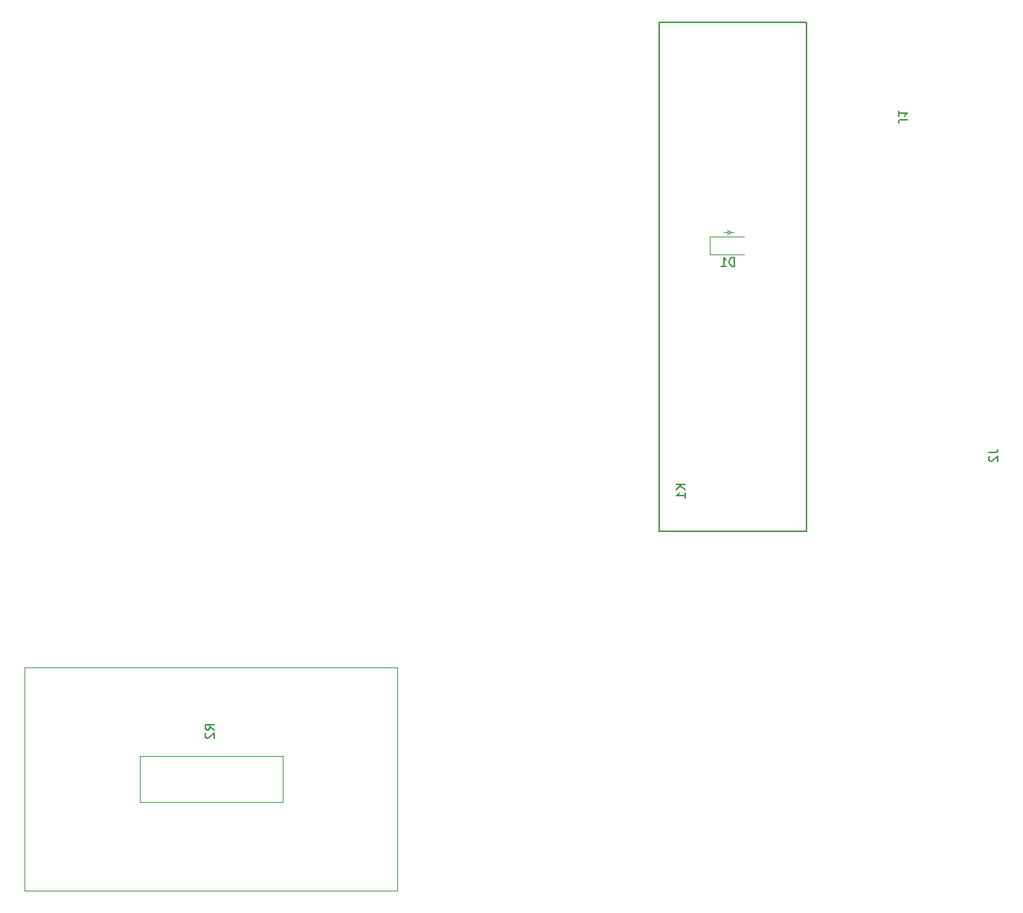
<source format=gbo>
G04 #@! TF.GenerationSoftware,KiCad,Pcbnew,5.0.2-bee76a0~70~ubuntu18.04.1*
G04 #@! TF.CreationDate,2019-04-30T11:18:50-04:00*
G04 #@! TF.ProjectId,AIR_Mount_Plus,4149525f-4d6f-4756-9e74-5f506c75732e,rev?*
G04 #@! TF.SameCoordinates,Original*
G04 #@! TF.FileFunction,Legend,Bot*
G04 #@! TF.FilePolarity,Positive*
%FSLAX46Y46*%
G04 Gerber Fmt 4.6, Leading zero omitted, Abs format (unit mm)*
G04 Created by KiCad (PCBNEW 5.0.2-bee76a0~70~ubuntu18.04.1) date Tue 30 Apr 2019 11:18:50 AM EDT*
%MOMM*%
%LPD*%
G01*
G04 APERTURE LIST*
%ADD10C,0.150000*%
%ADD11C,0.120000*%
%ADD12C,0.100000*%
G04 APERTURE END LIST*
D10*
G04 #@! TO.C,K1*
X276244000Y-79256000D02*
X276244000Y-21344000D01*
X276244000Y-21344000D02*
X259480000Y-21344000D01*
X259480000Y-21344000D02*
X259480000Y-79256000D01*
X259480000Y-79256000D02*
X276244000Y-79256000D01*
D11*
G04 #@! TO.C,R2*
X216669600Y-104867400D02*
X200369600Y-104867400D01*
X229719600Y-94767400D02*
X187319600Y-94767400D01*
X216669600Y-104867400D02*
X216669600Y-110067400D01*
X200369600Y-104867400D02*
X200369600Y-110067400D01*
X216669600Y-110067400D02*
X200369600Y-110067400D01*
X229719600Y-120167400D02*
X187319600Y-120167400D01*
X187319600Y-120167400D02*
X187319600Y-94767400D01*
X229719600Y-120167400D02*
X229719600Y-94767400D01*
D12*
G04 #@! TO.C,D1*
X267562000Y-45236000D02*
X267962000Y-45236000D01*
X267262000Y-45236000D02*
X267562000Y-45436000D01*
X267562000Y-45436000D02*
X267562000Y-45036000D01*
X267562000Y-45036000D02*
X267262000Y-45236000D01*
X266862000Y-45236000D02*
X267262000Y-45236000D01*
X267262000Y-45236000D02*
X267262000Y-45486000D01*
X267262000Y-45486000D02*
X267262000Y-44986000D01*
D11*
X265262000Y-47736000D02*
X265262000Y-45736000D01*
X265262000Y-45736000D02*
X269112000Y-45736000D01*
X265262000Y-47736000D02*
X269112000Y-47736000D01*
G04 #@! TO.C,K1*
D10*
X262472380Y-73945904D02*
X261472380Y-73945904D01*
X262472380Y-74517333D02*
X261900952Y-74088761D01*
X261472380Y-74517333D02*
X262043809Y-73945904D01*
X262472380Y-75469714D02*
X262472380Y-74898285D01*
X262472380Y-75184000D02*
X261472380Y-75184000D01*
X261615238Y-75088761D01*
X261710476Y-74993523D01*
X261758095Y-74898285D01*
G04 #@! TO.C,R2*
X208833980Y-101839733D02*
X208357790Y-101506400D01*
X208833980Y-101268304D02*
X207833980Y-101268304D01*
X207833980Y-101649257D01*
X207881600Y-101744495D01*
X207929219Y-101792114D01*
X208024457Y-101839733D01*
X208167314Y-101839733D01*
X208262552Y-101792114D01*
X208310171Y-101744495D01*
X208357790Y-101649257D01*
X208357790Y-101268304D01*
X207929219Y-102220685D02*
X207881600Y-102268304D01*
X207833980Y-102363542D01*
X207833980Y-102601638D01*
X207881600Y-102696876D01*
X207929219Y-102744495D01*
X208024457Y-102792114D01*
X208119695Y-102792114D01*
X208262552Y-102744495D01*
X208833980Y-102173066D01*
X208833980Y-102792114D01*
G04 #@! TO.C,J1*
X287759619Y-32413333D02*
X287045333Y-32413333D01*
X286902476Y-32460952D01*
X286807238Y-32556190D01*
X286759619Y-32699047D01*
X286759619Y-32794285D01*
X286759619Y-31413333D02*
X286759619Y-31984761D01*
X286759619Y-31699047D02*
X287759619Y-31699047D01*
X287616761Y-31794285D01*
X287521523Y-31889523D01*
X287473904Y-31984761D01*
G04 #@! TO.C,J2*
X297038780Y-70304066D02*
X297753066Y-70304066D01*
X297895923Y-70256447D01*
X297991161Y-70161209D01*
X298038780Y-70018352D01*
X298038780Y-69923114D01*
X297134019Y-70732638D02*
X297086400Y-70780257D01*
X297038780Y-70875495D01*
X297038780Y-71113590D01*
X297086400Y-71208828D01*
X297134019Y-71256447D01*
X297229257Y-71304066D01*
X297324495Y-71304066D01*
X297467352Y-71256447D01*
X298038780Y-70685019D01*
X298038780Y-71304066D01*
G04 #@! TO.C,D1*
X268073095Y-49093380D02*
X268073095Y-48093380D01*
X267835000Y-48093380D01*
X267692142Y-48141000D01*
X267596904Y-48236238D01*
X267549285Y-48331476D01*
X267501666Y-48521952D01*
X267501666Y-48664809D01*
X267549285Y-48855285D01*
X267596904Y-48950523D01*
X267692142Y-49045761D01*
X267835000Y-49093380D01*
X268073095Y-49093380D01*
X266549285Y-49093380D02*
X267120714Y-49093380D01*
X266835000Y-49093380D02*
X266835000Y-48093380D01*
X266930238Y-48236238D01*
X267025476Y-48331476D01*
X267120714Y-48379095D01*
G04 #@! TD*
M02*

</source>
